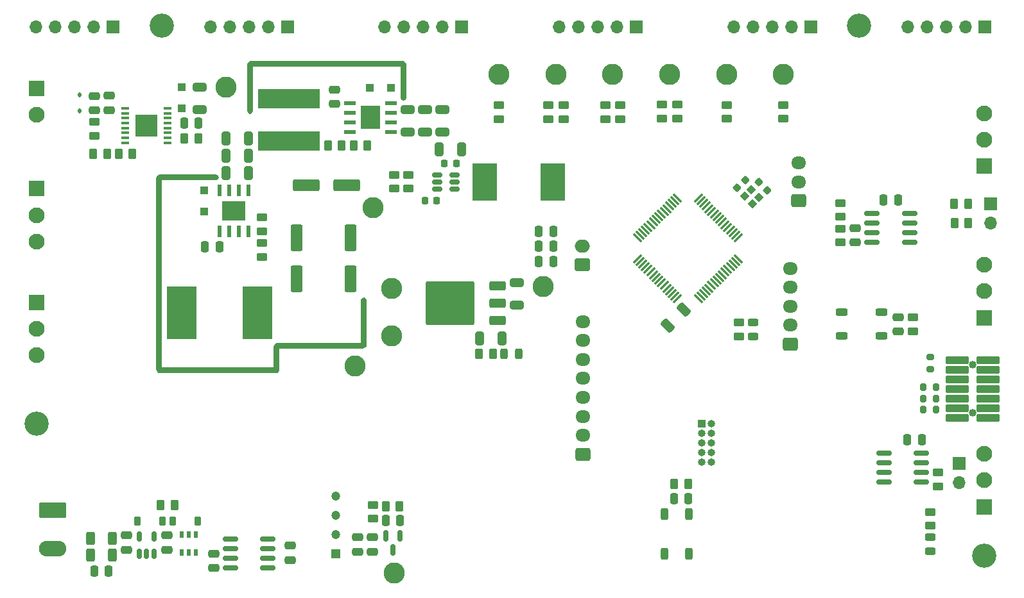
<source format=gts>
G04 #@! TF.GenerationSoftware,KiCad,Pcbnew,8.0.7*
G04 #@! TF.CreationDate,2025-01-22T18:34:57+01:00*
G04 #@! TF.ProjectId,STM32_GateSignalGenerator,53544d33-325f-4476-9174-655369676e61,rev?*
G04 #@! TF.SameCoordinates,Original*
G04 #@! TF.FileFunction,Soldermask,Top*
G04 #@! TF.FilePolarity,Negative*
%FSLAX46Y46*%
G04 Gerber Fmt 4.6, Leading zero omitted, Abs format (unit mm)*
G04 Created by KiCad (PCBNEW 8.0.7) date 2025-01-22 18:34:57*
%MOMM*%
%LPD*%
G01*
G04 APERTURE LIST*
G04 Aperture macros list*
%AMRoundRect*
0 Rectangle with rounded corners*
0 $1 Rounding radius*
0 $2 $3 $4 $5 $6 $7 $8 $9 X,Y pos of 4 corners*
0 Add a 4 corners polygon primitive as box body*
4,1,4,$2,$3,$4,$5,$6,$7,$8,$9,$2,$3,0*
0 Add four circle primitives for the rounded corners*
1,1,$1+$1,$2,$3*
1,1,$1+$1,$4,$5*
1,1,$1+$1,$6,$7*
1,1,$1+$1,$8,$9*
0 Add four rect primitives between the rounded corners*
20,1,$1+$1,$2,$3,$4,$5,0*
20,1,$1+$1,$4,$5,$6,$7,0*
20,1,$1+$1,$6,$7,$8,$9,0*
20,1,$1+$1,$8,$9,$2,$3,0*%
G04 Aperture macros list end*
%ADD10RoundRect,0.112500X-0.112500X0.187500X-0.112500X-0.187500X0.112500X-0.187500X0.112500X0.187500X0*%
%ADD11RoundRect,0.250000X0.250000X0.475000X-0.250000X0.475000X-0.250000X-0.475000X0.250000X-0.475000X0*%
%ADD12RoundRect,0.102000X-0.492146X0.035355X0.035355X-0.492146X0.492146X-0.035355X-0.035355X0.492146X0*%
%ADD13R,2.100000X2.100000*%
%ADD14C,2.100000*%
%ADD15R,1.700000X1.700000*%
%ADD16O,1.700000X1.700000*%
%ADD17C,2.800000*%
%ADD18RoundRect,0.225000X-0.225000X-0.375000X0.225000X-0.375000X0.225000X0.375000X-0.225000X0.375000X0*%
%ADD19RoundRect,0.250000X0.325000X0.650000X-0.325000X0.650000X-0.325000X-0.650000X0.325000X-0.650000X0*%
%ADD20RoundRect,0.250000X0.262500X0.450000X-0.262500X0.450000X-0.262500X-0.450000X0.262500X-0.450000X0*%
%ADD21R,8.200000X2.600000*%
%ADD22RoundRect,0.250000X0.229810X-0.689429X0.689429X-0.229810X-0.229810X0.689429X-0.689429X0.229810X0*%
%ADD23RoundRect,0.150000X-0.825000X-0.150000X0.825000X-0.150000X0.825000X0.150000X-0.825000X0.150000X0*%
%ADD24RoundRect,0.250000X0.725000X-0.600000X0.725000X0.600000X-0.725000X0.600000X-0.725000X-0.600000X0*%
%ADD25O,1.950000X1.700000*%
%ADD26RoundRect,0.250000X-0.450000X0.262500X-0.450000X-0.262500X0.450000X-0.262500X0.450000X0.262500X0*%
%ADD27RoundRect,0.225000X-0.335876X-0.017678X-0.017678X-0.335876X0.335876X0.017678X0.017678X0.335876X0*%
%ADD28RoundRect,0.250000X0.450000X-0.262500X0.450000X0.262500X-0.450000X0.262500X-0.450000X-0.262500X0*%
%ADD29RoundRect,0.250000X0.312500X0.625000X-0.312500X0.625000X-0.312500X-0.625000X0.312500X-0.625000X0*%
%ADD30RoundRect,0.250000X-0.525000X-0.250000X0.525000X-0.250000X0.525000X0.250000X-0.525000X0.250000X0*%
%ADD31RoundRect,0.200000X-0.200000X-0.275000X0.200000X-0.275000X0.200000X0.275000X-0.200000X0.275000X0*%
%ADD32RoundRect,0.250000X-0.475000X0.250000X-0.475000X-0.250000X0.475000X-0.250000X0.475000X0.250000X0*%
%ADD33R,1.550000X0.600000*%
%ADD34R,2.600000X3.100000*%
%ADD35C,3.200000*%
%ADD36RoundRect,0.250000X-0.262500X-0.450000X0.262500X-0.450000X0.262500X0.450000X-0.262500X0.450000X0*%
%ADD37RoundRect,0.250000X0.550000X-1.500000X0.550000X1.500000X-0.550000X1.500000X-0.550000X-1.500000X0*%
%ADD38RoundRect,0.225000X0.225000X0.375000X-0.225000X0.375000X-0.225000X-0.375000X0.225000X-0.375000X0*%
%ADD39RoundRect,0.250000X-0.325000X-0.650000X0.325000X-0.650000X0.325000X0.650000X-0.325000X0.650000X0*%
%ADD40RoundRect,0.250000X0.750000X-0.600000X0.750000X0.600000X-0.750000X0.600000X-0.750000X-0.600000X0*%
%ADD41O,2.000000X1.700000*%
%ADD42RoundRect,0.250000X0.475000X-0.250000X0.475000X0.250000X-0.475000X0.250000X-0.475000X-0.250000X0*%
%ADD43RoundRect,0.250000X0.650000X-0.325000X0.650000X0.325000X-0.650000X0.325000X-0.650000X-0.325000X0*%
%ADD44RoundRect,0.225000X-0.017678X0.335876X-0.335876X0.017678X0.017678X-0.335876X0.335876X-0.017678X0*%
%ADD45RoundRect,0.150000X0.150000X-0.512500X0.150000X0.512500X-0.150000X0.512500X-0.150000X-0.512500X0*%
%ADD46RoundRect,0.200000X-0.275000X0.200000X-0.275000X-0.200000X0.275000X-0.200000X0.275000X0.200000X0*%
%ADD47R,4.000000X7.000000*%
%ADD48RoundRect,0.150000X-0.150000X0.587500X-0.150000X-0.587500X0.150000X-0.587500X0.150000X0.587500X0*%
%ADD49RoundRect,0.250000X0.250000X-0.525000X0.250000X0.525000X-0.250000X0.525000X-0.250000X-0.525000X0*%
%ADD50RoundRect,0.250000X-0.300000X0.300000X-0.300000X-0.300000X0.300000X-0.300000X0.300000X0.300000X0*%
%ADD51RoundRect,0.250000X-1.500000X-0.550000X1.500000X-0.550000X1.500000X0.550000X-1.500000X0.550000X0*%
%ADD52RoundRect,0.075000X0.441942X0.548008X-0.548008X-0.441942X-0.441942X-0.548008X0.548008X0.441942X0*%
%ADD53RoundRect,0.075000X-0.441942X0.548008X-0.548008X0.441942X0.441942X-0.548008X0.548008X-0.441942X0*%
%ADD54RoundRect,0.250000X-0.250000X-0.475000X0.250000X-0.475000X0.250000X0.475000X-0.250000X0.475000X0*%
%ADD55RoundRect,0.243750X0.456250X-0.243750X0.456250X0.243750X-0.456250X0.243750X-0.456250X-0.243750X0*%
%ADD56RoundRect,0.243750X-0.456250X0.243750X-0.456250X-0.243750X0.456250X-0.243750X0.456250X0.243750X0*%
%ADD57RoundRect,0.250000X0.300000X-0.300000X0.300000X0.300000X-0.300000X0.300000X-0.300000X-0.300000X0*%
%ADD58R,3.175000X4.950000*%
%ADD59RoundRect,0.249999X-1.550001X0.790001X-1.550001X-0.790001X1.550001X-0.790001X1.550001X0.790001X0*%
%ADD60O,3.600000X2.080000*%
%ADD61R,1.200000X1.200000*%
%ADD62C,1.200000*%
%ADD63RoundRect,0.055000X-0.220000X-0.345000X0.220000X-0.345000X0.220000X0.345000X-0.220000X0.345000X0*%
%ADD64R,1.000000X1.000000*%
%ADD65O,1.000000X1.000000*%
%ADD66R,3.000000X3.000000*%
%ADD67R,1.050000X0.450000*%
%ADD68C,1.020000*%
%ADD69RoundRect,0.102000X1.395000X-0.370000X1.395000X0.370000X-1.395000X0.370000X-1.395000X-0.370000X0*%
%ADD70RoundRect,0.250000X0.300000X0.300000X-0.300000X0.300000X-0.300000X-0.300000X0.300000X-0.300000X0*%
%ADD71RoundRect,0.225000X0.225000X0.250000X-0.225000X0.250000X-0.225000X-0.250000X0.225000X-0.250000X0*%
%ADD72RoundRect,0.150000X0.512500X0.150000X-0.512500X0.150000X-0.512500X-0.150000X0.512500X-0.150000X0*%
%ADD73R,0.600000X1.550000*%
%ADD74R,3.100000X2.600000*%
%ADD75RoundRect,0.225000X-0.225000X-0.250000X0.225000X-0.250000X0.225000X0.250000X-0.225000X0.250000X0*%
%ADD76RoundRect,0.250000X0.850000X0.350000X-0.850000X0.350000X-0.850000X-0.350000X0.850000X-0.350000X0*%
%ADD77RoundRect,0.249997X2.950003X2.650003X-2.950003X2.650003X-2.950003X-2.650003X2.950003X-2.650003X0*%
%ADD78RoundRect,0.243750X0.243750X0.456250X-0.243750X0.456250X-0.243750X-0.456250X0.243750X-0.456250X0*%
G04 APERTURE END LIST*
D10*
X91345000Y-82202500D03*
X91345000Y-84302500D03*
D11*
X202395000Y-127780000D03*
X200495000Y-127780000D03*
D12*
X179079651Y-95585532D03*
X180104956Y-96610837D03*
X180918129Y-95797664D03*
X179892824Y-94772359D03*
D13*
X85652500Y-109607500D03*
D14*
X85652500Y-113107500D03*
X85652500Y-116607500D03*
D15*
X164750000Y-73215000D03*
D16*
X162210000Y-73215000D03*
X159670000Y-73215000D03*
X157130000Y-73215000D03*
X154590000Y-73215000D03*
D17*
X176642500Y-79497500D03*
D13*
X85652500Y-94617500D03*
D14*
X85652500Y-98117500D03*
X85652500Y-101617500D03*
D18*
X98940351Y-138507500D03*
X102240351Y-138507500D03*
D17*
X110633064Y-81222500D03*
X130033064Y-97122500D03*
D19*
X147008064Y-114362500D03*
X144058064Y-114362500D03*
D20*
X208512500Y-96632500D03*
X206687500Y-96632500D03*
D21*
X118943064Y-82702500D03*
X118943064Y-88302500D03*
D22*
X168917017Y-112707983D03*
X171002983Y-110622017D03*
D23*
X195817500Y-97867500D03*
X195817500Y-99137500D03*
X195817500Y-100407500D03*
X195817500Y-101677500D03*
X200767500Y-101677500D03*
X200767500Y-100407500D03*
X200767500Y-99137500D03*
X200767500Y-97867500D03*
D17*
X154142500Y-79497500D03*
D24*
X185072500Y-115147500D03*
D25*
X185072500Y-112647500D03*
X185072500Y-110147500D03*
X185072500Y-107647500D03*
X185072500Y-105147500D03*
D26*
X93288627Y-85771956D03*
X93288627Y-87596956D03*
D27*
X180900451Y-93715234D03*
X181996467Y-94811250D03*
D28*
X201245000Y-113442500D03*
X201245000Y-111617500D03*
D29*
X95687851Y-140777500D03*
X92762851Y-140777500D03*
D30*
X191830000Y-110890000D03*
X197080000Y-110890000D03*
X191830000Y-114090000D03*
X197080000Y-114090000D03*
D31*
X202602500Y-120847500D03*
X204252500Y-120847500D03*
D17*
X161642500Y-79497500D03*
D32*
X119117851Y-141777500D03*
X119117851Y-143677500D03*
D26*
X191682500Y-99880000D03*
X191682500Y-101705000D03*
D33*
X126985564Y-83290000D03*
X126985564Y-84560000D03*
X126985564Y-85830000D03*
X126985564Y-87100000D03*
X132385564Y-87100000D03*
X132385564Y-85830000D03*
X132385564Y-84560000D03*
X132385564Y-83290000D03*
D34*
X129685564Y-85195000D03*
D26*
X203530000Y-137315000D03*
X203530000Y-139140000D03*
D17*
X132852500Y-145397500D03*
D35*
X102150000Y-73115000D03*
D17*
X152455000Y-107490000D03*
D36*
X206720000Y-99192500D03*
X208545000Y-99192500D03*
D37*
X119960564Y-106510000D03*
X119960564Y-101110000D03*
D38*
X106937851Y-138507500D03*
X103637851Y-138507500D03*
D39*
X110668064Y-90252500D03*
X113618064Y-90252500D03*
D26*
X204535000Y-132097500D03*
X204535000Y-133922500D03*
D40*
X157642500Y-104687500D03*
D41*
X157642500Y-102187500D03*
D26*
X178255000Y-112277500D03*
X178255000Y-114102500D03*
D42*
X199315000Y-113469999D03*
X199315000Y-111570001D03*
D24*
X157712500Y-129677500D03*
D25*
X157712500Y-127177500D03*
X157712500Y-124677500D03*
X157712500Y-122177500D03*
X157712500Y-119677500D03*
X157712500Y-117177500D03*
X157712500Y-114677500D03*
X157712500Y-112177500D03*
D43*
X134583064Y-87117500D03*
X134583064Y-84167500D03*
D44*
X179090258Y-93439462D03*
X177994242Y-94535478D03*
D45*
X99215351Y-142845000D03*
X100165351Y-142845000D03*
X101115351Y-142845000D03*
X101115351Y-140570000D03*
X99215351Y-140570000D03*
D23*
X197400000Y-129555000D03*
X197400000Y-130825000D03*
X197400000Y-132095000D03*
X197400000Y-133365000D03*
X202350000Y-133365000D03*
X202350000Y-132095000D03*
X202350000Y-130825000D03*
X202350000Y-129555000D03*
D19*
X141685564Y-89422500D03*
X138735564Y-89422500D03*
D11*
X153810564Y-100272500D03*
X151910564Y-100272500D03*
D39*
X110668064Y-87952500D03*
X113618064Y-87952500D03*
D15*
X95750000Y-73215000D03*
D16*
X93210000Y-73215000D03*
X90670000Y-73215000D03*
X88130000Y-73215000D03*
X85590000Y-73215000D03*
D46*
X203522500Y-116842500D03*
X203522500Y-118492500D03*
D17*
X146642500Y-79497500D03*
D47*
X104760564Y-111010000D03*
X114760564Y-111010000D03*
D42*
X93308627Y-84254456D03*
X93308627Y-82354456D03*
D11*
X153810564Y-104192500D03*
X151910564Y-104192500D03*
D31*
X202602500Y-122307500D03*
X204252500Y-122307500D03*
D42*
X95265000Y-84242500D03*
X95265000Y-82342500D03*
D28*
X153142500Y-85410000D03*
X153142500Y-83585000D03*
D11*
X171620000Y-135585000D03*
X169720000Y-135585000D03*
D48*
X133592500Y-140440000D03*
X131692500Y-140440000D03*
X132642500Y-142315000D03*
D43*
X139183064Y-87117500D03*
X139183064Y-84167500D03*
D49*
X168440000Y-142840000D03*
X168440000Y-137590000D03*
X171640000Y-142840000D03*
X171640000Y-137590000D03*
D28*
X168142500Y-85352500D03*
X168142500Y-83527500D03*
D36*
X105138627Y-87946956D03*
X106963627Y-87946956D03*
D28*
X160642500Y-85410000D03*
X160642500Y-83585000D03*
D50*
X107793064Y-94852500D03*
X107793064Y-97652500D03*
D28*
X146642500Y-85410000D03*
X146642500Y-83585000D03*
D11*
X133592500Y-138477500D03*
X131692500Y-138477500D03*
D51*
X121193064Y-94152500D03*
X126593064Y-94152500D03*
D17*
X132483064Y-107822500D03*
D36*
X127455564Y-88902500D03*
X129280564Y-88902500D03*
X93116127Y-90044456D03*
X94941127Y-90044456D03*
X131710000Y-136547500D03*
X133535000Y-136547500D03*
D52*
X178216981Y-101136319D03*
X177863428Y-100782766D03*
X177509875Y-100429213D03*
X177156321Y-100075659D03*
X176802768Y-99722106D03*
X176449214Y-99368552D03*
X176095661Y-99014999D03*
X175742108Y-98661446D03*
X175388554Y-98307892D03*
X175035001Y-97954339D03*
X174681448Y-97600786D03*
X174327894Y-97247232D03*
X173974341Y-96893679D03*
X173620787Y-96540125D03*
X173267234Y-96186572D03*
X172913681Y-95833019D03*
D53*
X170191319Y-95833019D03*
X169837766Y-96186572D03*
X169484213Y-96540125D03*
X169130659Y-96893679D03*
X168777106Y-97247232D03*
X168423552Y-97600786D03*
X168069999Y-97954339D03*
X167716446Y-98307892D03*
X167362892Y-98661446D03*
X167009339Y-99014999D03*
X166655786Y-99368552D03*
X166302232Y-99722106D03*
X165948679Y-100075659D03*
X165595125Y-100429213D03*
X165241572Y-100782766D03*
X164888019Y-101136319D03*
D52*
X164888019Y-103858681D03*
X165241572Y-104212234D03*
X165595125Y-104565787D03*
X165948679Y-104919341D03*
X166302232Y-105272894D03*
X166655786Y-105626448D03*
X167009339Y-105980001D03*
X167362892Y-106333554D03*
X167716446Y-106687108D03*
X168069999Y-107040661D03*
X168423552Y-107394214D03*
X168777106Y-107747768D03*
X169130659Y-108101321D03*
X169484213Y-108454875D03*
X169837766Y-108808428D03*
X170191319Y-109161981D03*
D53*
X172913681Y-109161981D03*
X173267234Y-108808428D03*
X173620787Y-108454875D03*
X173974341Y-108101321D03*
X174327894Y-107747768D03*
X174681448Y-107394214D03*
X175035001Y-107040661D03*
X175388554Y-106687108D03*
X175742108Y-106333554D03*
X176095661Y-105980001D03*
X176449214Y-105626448D03*
X176802768Y-105272894D03*
X177156321Y-104919341D03*
X177509875Y-104565787D03*
X177863428Y-104212234D03*
X178216981Y-103858681D03*
D54*
X107875564Y-102320000D03*
X109775564Y-102320000D03*
D36*
X143998064Y-116462500D03*
X145823064Y-116462500D03*
D15*
X118750000Y-73215000D03*
D16*
X116210000Y-73215000D03*
X113670000Y-73215000D03*
X111130000Y-73215000D03*
X108590000Y-73215000D03*
D55*
X203530000Y-142535000D03*
X203530000Y-140660000D03*
D56*
X180155000Y-112252499D03*
X180155000Y-114127501D03*
D57*
X104798627Y-84031956D03*
X104798627Y-81231956D03*
D28*
X115390000Y-100217500D03*
X115390000Y-98392500D03*
X155142500Y-85410000D03*
X155142500Y-83585000D03*
D58*
X144753064Y-93712500D03*
X153768064Y-93712500D03*
D17*
X184142500Y-79497500D03*
D42*
X109025351Y-144742500D03*
X109025351Y-142842500D03*
X102847851Y-142307500D03*
X102847851Y-140407500D03*
D32*
X129962500Y-140645000D03*
X129962500Y-142545000D03*
D11*
X153810564Y-102232500D03*
X151910564Y-102232500D03*
D24*
X186127500Y-96207500D03*
D25*
X186127500Y-93707500D03*
X186127500Y-91207500D03*
D39*
X110668064Y-92552500D03*
X113618064Y-92552500D03*
D43*
X107151127Y-84121956D03*
X107151127Y-81171956D03*
D17*
X127655000Y-117990000D03*
D13*
X85660000Y-81375000D03*
D14*
X85660000Y-84875000D03*
D35*
X85650000Y-125615000D03*
D20*
X171585000Y-133645000D03*
X169760000Y-133645000D03*
D35*
X210650000Y-143115000D03*
D31*
X202602500Y-123767500D03*
X204252500Y-123767500D03*
D26*
X191682500Y-96517500D03*
X191682500Y-98342500D03*
D59*
X87760000Y-137077500D03*
D60*
X87760000Y-142157500D03*
D43*
X136883064Y-87117500D03*
X136883064Y-84167500D03*
D54*
X197352500Y-96082500D03*
X199252500Y-96082500D03*
D28*
X184152500Y-85360000D03*
X184152500Y-83535000D03*
D13*
X210642500Y-111647500D03*
D14*
X210642500Y-108147500D03*
X210642500Y-104647500D03*
D28*
X132783064Y-94602500D03*
X132783064Y-92777500D03*
D35*
X194150000Y-73115000D03*
D15*
X187750000Y-73215000D03*
D16*
X185210000Y-73215000D03*
X182670000Y-73215000D03*
X180130000Y-73215000D03*
X177590000Y-73215000D03*
D15*
X207295000Y-130915000D03*
D16*
X207295000Y-133455000D03*
D15*
X210750000Y-73215000D03*
D16*
X208210000Y-73215000D03*
X205670000Y-73215000D03*
X203130000Y-73215000D03*
X200590000Y-73215000D03*
D20*
X103860351Y-136407500D03*
X102035351Y-136407500D03*
D17*
X169142500Y-79497500D03*
D61*
X125122500Y-142797500D03*
D62*
X125122500Y-140257500D03*
X125122500Y-137717500D03*
X125122500Y-135177500D03*
D15*
X211502500Y-96632500D03*
D16*
X211502500Y-99172500D03*
D63*
X104777851Y-142657500D03*
X105727851Y-142657500D03*
X106677851Y-142657500D03*
X106677851Y-140257500D03*
X105727851Y-140257500D03*
X104777851Y-140257500D03*
D64*
X173355000Y-125675000D03*
D65*
X174625000Y-125675000D03*
X173355000Y-126945000D03*
X174625000Y-126945000D03*
X173355000Y-128215000D03*
X174625000Y-128215000D03*
X173355000Y-129485000D03*
X174625000Y-129485000D03*
X173355000Y-130755000D03*
X174625000Y-130755000D03*
D26*
X134683064Y-92777500D03*
X134683064Y-94602500D03*
D66*
X100152500Y-86267500D03*
D67*
X97377500Y-83992500D03*
X97377500Y-84642500D03*
X97377500Y-85292500D03*
X97377500Y-85942500D03*
X97377500Y-86592500D03*
X97377500Y-87242500D03*
X97377500Y-87892500D03*
X97377500Y-88542500D03*
X102927500Y-88542500D03*
X102927500Y-87892500D03*
X102927500Y-87242500D03*
X102927500Y-86592500D03*
X102927500Y-85942500D03*
X102927500Y-85292500D03*
X102927500Y-84642500D03*
X102927500Y-83992500D03*
D43*
X148983064Y-109987500D03*
X148983064Y-107037500D03*
D68*
X209122500Y-124212500D03*
X209122500Y-117862500D03*
D69*
X211157500Y-124847500D03*
X207087500Y-124847500D03*
X211157500Y-123577500D03*
X207087500Y-123577500D03*
X211157500Y-122307500D03*
X207087500Y-122307500D03*
X211157500Y-121037500D03*
X207087500Y-121037500D03*
X211157500Y-119767500D03*
X207087500Y-119767500D03*
X211157500Y-118497500D03*
X207087500Y-118497500D03*
X211157500Y-117227500D03*
X207087500Y-117227500D03*
D17*
X132483064Y-114072500D03*
D54*
X93265351Y-145127500D03*
X95165351Y-145127500D03*
D32*
X127962500Y-140645000D03*
X127962500Y-142545000D03*
D70*
X132367899Y-81280427D03*
X129567899Y-81280427D03*
D28*
X170142500Y-85352500D03*
X170142500Y-83527500D03*
D71*
X140990564Y-91302500D03*
X139440564Y-91302500D03*
D15*
X141750000Y-73215000D03*
D16*
X139210000Y-73215000D03*
X136670000Y-73215000D03*
X134130000Y-73215000D03*
X131590000Y-73215000D03*
D36*
X124080564Y-88895000D03*
X125905564Y-88895000D03*
D72*
X140780564Y-94682500D03*
X140780564Y-93732500D03*
X140780564Y-92782500D03*
X138505564Y-92782500D03*
X138505564Y-93732500D03*
X138505564Y-94682500D03*
D28*
X115390000Y-103600000D03*
X115390000Y-101775000D03*
D42*
X97477851Y-142307500D03*
X97477851Y-140407500D03*
D37*
X127060564Y-106535000D03*
X127060564Y-101135000D03*
D13*
X210612500Y-136637500D03*
D14*
X210612500Y-133137500D03*
X210612500Y-129637500D03*
D32*
X124943064Y-81502500D03*
X124943064Y-83402500D03*
D54*
X105126127Y-85971956D03*
X107026127Y-85971956D03*
D32*
X193612500Y-99822500D03*
X193612500Y-101722500D03*
D13*
X210632500Y-91637500D03*
D14*
X210632500Y-88137500D03*
X210632500Y-84637500D03*
D73*
X109788064Y-100252500D03*
X111058064Y-100252500D03*
X112328064Y-100252500D03*
X113598064Y-100252500D03*
X113598064Y-94852500D03*
X112328064Y-94852500D03*
X111058064Y-94852500D03*
X109788064Y-94852500D03*
D74*
X111693064Y-97552500D03*
D28*
X129992500Y-138187500D03*
X129992500Y-136362500D03*
D36*
X96476127Y-90034456D03*
X98301127Y-90034456D03*
D28*
X176662500Y-85360000D03*
X176662500Y-83535000D03*
D29*
X95687851Y-143027500D03*
X92762851Y-143027500D03*
D28*
X162642500Y-85410000D03*
X162642500Y-83585000D03*
D23*
X111222851Y-140887500D03*
X111222851Y-142157500D03*
X111222851Y-143427500D03*
X111222851Y-144697500D03*
X116172851Y-144697500D03*
X116172851Y-143427500D03*
X116172851Y-142157500D03*
X116172851Y-140887500D03*
D75*
X136855564Y-96162500D03*
X138405564Y-96162500D03*
D76*
X146483064Y-111992500D03*
X146483064Y-109712500D03*
D77*
X140183064Y-109712500D03*
D76*
X146483064Y-107432500D03*
D78*
X149208064Y-116462500D03*
X147333064Y-116462500D03*
G36*
X109308260Y-92721517D02*
G01*
X109495950Y-92771808D01*
X109496178Y-92771940D01*
X109633624Y-92909386D01*
X109633756Y-92909614D01*
X109684064Y-93097368D01*
X109684064Y-93097632D01*
X109633756Y-93285386D01*
X109633624Y-93285614D01*
X109496178Y-93423060D01*
X109495950Y-93423192D01*
X109308260Y-93473483D01*
X109308130Y-93473500D01*
X102184064Y-93473500D01*
X102184064Y-118221500D01*
X116932064Y-118221500D01*
X116932064Y-115472451D01*
X116932074Y-115472353D01*
X116970162Y-115280866D01*
X116970238Y-115280684D01*
X117078734Y-115118310D01*
X117078874Y-115118170D01*
X117241248Y-115009674D01*
X117241430Y-115009598D01*
X117432917Y-114971510D01*
X117433015Y-114971500D01*
X128432064Y-114971500D01*
X128432064Y-109347434D01*
X128432081Y-109347304D01*
X128482372Y-109159614D01*
X128482504Y-109159386D01*
X128619950Y-109021940D01*
X128620178Y-109021808D01*
X128807932Y-108971500D01*
X128808196Y-108971500D01*
X128995950Y-109021808D01*
X128996178Y-109021940D01*
X129133624Y-109159386D01*
X129133756Y-109159614D01*
X129184047Y-109347304D01*
X129184064Y-109347434D01*
X129184064Y-115222549D01*
X129184054Y-115222647D01*
X129145966Y-115414134D01*
X129145890Y-115414316D01*
X129037394Y-115576690D01*
X129037254Y-115576830D01*
X128874880Y-115685326D01*
X128874698Y-115685402D01*
X128683211Y-115723490D01*
X128683113Y-115723500D01*
X117684064Y-115723500D01*
X117684064Y-118472549D01*
X117684054Y-118472647D01*
X117645966Y-118664134D01*
X117645890Y-118664316D01*
X117537394Y-118826690D01*
X117537254Y-118826830D01*
X117374880Y-118935326D01*
X117374698Y-118935402D01*
X117183211Y-118973490D01*
X117183113Y-118973500D01*
X101933015Y-118973500D01*
X101932917Y-118973490D01*
X101741430Y-118935402D01*
X101741248Y-118935326D01*
X101578874Y-118826830D01*
X101578734Y-118826690D01*
X101470238Y-118664316D01*
X101470162Y-118664134D01*
X101432074Y-118472647D01*
X101432064Y-118472549D01*
X101432064Y-93222451D01*
X101432074Y-93222353D01*
X101470162Y-93030866D01*
X101470238Y-93030684D01*
X101578734Y-92868310D01*
X101578874Y-92868170D01*
X101741248Y-92759674D01*
X101741430Y-92759598D01*
X101932917Y-92721510D01*
X101933015Y-92721500D01*
X109308130Y-92721500D01*
X109308260Y-92721517D01*
G37*
G36*
X133934174Y-77722721D02*
G01*
X134122161Y-77760113D01*
X134126307Y-77761830D01*
X134284714Y-77867676D01*
X134287887Y-77870849D01*
X134393733Y-78029256D01*
X134395450Y-78033401D01*
X134432843Y-78221388D01*
X134433064Y-78223632D01*
X134433064Y-82595986D01*
X134432672Y-82598962D01*
X134383621Y-82782022D01*
X134380645Y-82787178D01*
X134247742Y-82920081D01*
X134242586Y-82923057D01*
X134061040Y-82971702D01*
X134055088Y-82971702D01*
X133873541Y-82923057D01*
X133868385Y-82920081D01*
X133735482Y-82787178D01*
X133732506Y-82782022D01*
X133683456Y-82598962D01*
X133683064Y-82595986D01*
X133683064Y-78972500D01*
X133658285Y-78847925D01*
X133658064Y-78845682D01*
X133658064Y-78497501D01*
X133658063Y-78497500D01*
X133309881Y-78497500D01*
X133307638Y-78497279D01*
X133183063Y-78472500D01*
X114683065Y-78472500D01*
X114558490Y-78497279D01*
X114556247Y-78497500D01*
X114208065Y-78497500D01*
X114208064Y-78497501D01*
X114208064Y-78845682D01*
X114207843Y-78847925D01*
X114183064Y-78972500D01*
X114183064Y-84345986D01*
X114182672Y-84348962D01*
X114133621Y-84532022D01*
X114130645Y-84537178D01*
X113997742Y-84670081D01*
X113992586Y-84673057D01*
X113811040Y-84721702D01*
X113805088Y-84721702D01*
X113623541Y-84673057D01*
X113618385Y-84670081D01*
X113485482Y-84537178D01*
X113482506Y-84532022D01*
X113433456Y-84348962D01*
X113433064Y-84345986D01*
X113433064Y-78223632D01*
X113433285Y-78221389D01*
X113470677Y-78033402D01*
X113472394Y-78029256D01*
X113578240Y-77870849D01*
X113581413Y-77867676D01*
X113739820Y-77761830D01*
X113743966Y-77760113D01*
X113931954Y-77722721D01*
X113934197Y-77722500D01*
X133931931Y-77722500D01*
X133934174Y-77722721D01*
G37*
M02*

</source>
